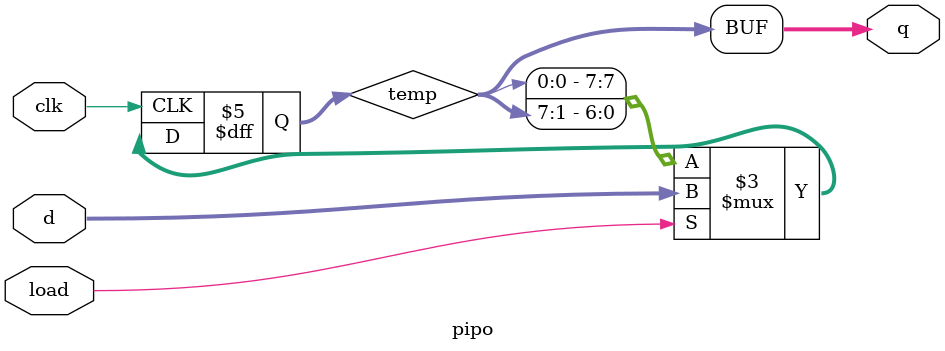
<source format=v>
module pipo(d,clk,load,q);
  input [7:0]d;
  input clk,load;
  output [7:0]q;
  
  reg [7:0]temp;
  
   always @(posedge clk) 
   begin
     if (load)
       temp = d;
   else
     begin
      temp ={temp[0],temp[7:1]};
    end
  end
  assign q= temp;
endmodule
</source>
